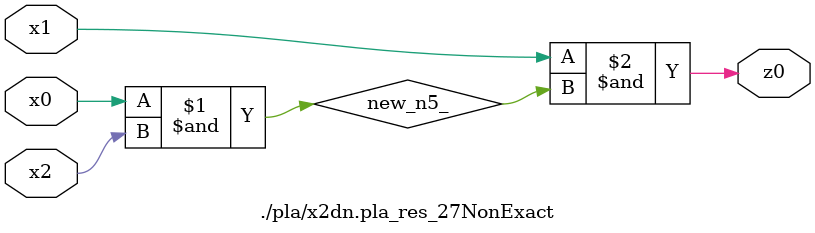
<source format=v>

module \./pla/x2dn.pla_res_27NonExact  ( 
    x0, x1, x2,
    z0  );
  input  x0, x1, x2;
  output z0;
  wire new_n5_;
  assign new_n5_ = x0 & x2;
  assign z0 = x1 & new_n5_;
endmodule



</source>
